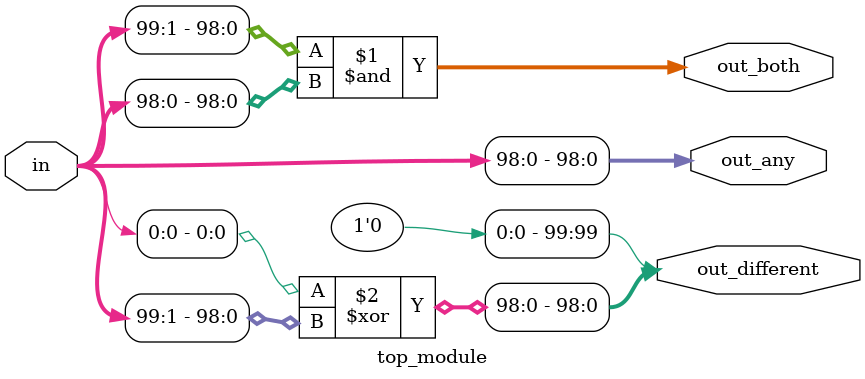
<source format=sv>
module top_module (
	input [99:0] in,
	output [98:0] out_both,
	output [99:1] out_any,
	output [99:0] out_different
);

	assign out_both = in[99:1] & in[98:0];
	assign out_any = in;
	assign out_different = {in[0] ^ in[99:1]};

endmodule

</source>
